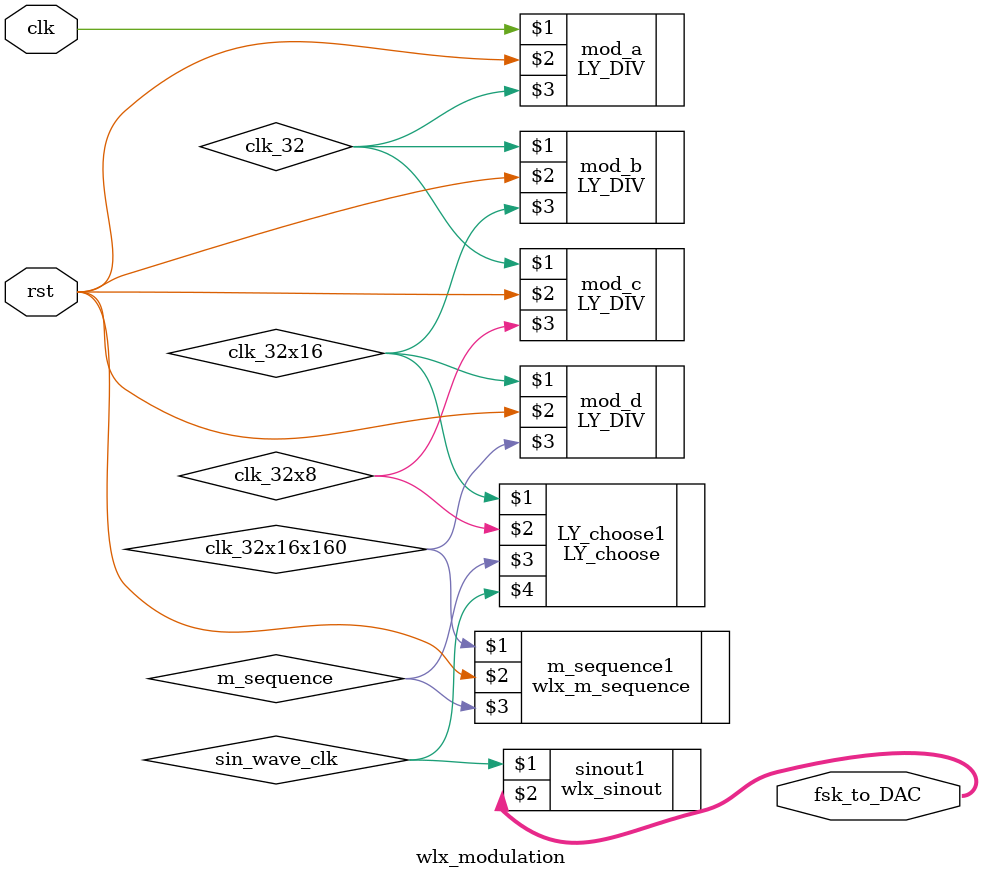
<source format=v>
module wlx_modulation(clk,			//输入32.768MHZ
					       rst,			//复位按键
							 fsk_to_DAC); //输出到DAC的信号
	input  clk;
	input  rst;
	output [7:0]fsk_to_DAC;
	wire   [7:0]fsk_to_DAC;
	reg    [7:0]count;
	wire    sin_wave_clk;
	
	wire clk_32,clk_32x16,clk_32x8,clk_32x16x160;
	LY_DIV#(32)  	  mod_a(clk,rst,clk_32); 
	LY_DIV#(16) 	  mod_b(clk_32,rst,clk_32x16); 	
	LY_DIV#(8)  	  mod_c(clk_32,rst,clk_32x8);
	LY_DIV#(160)     mod_d(clk_32x16,rst,clk_32x16x160); 	
	wlx_m_sequence   m_sequence1(clk_32x16x160,rst,m_sequence);
	LY_choose        LY_choose1(clk_32x16,clk_32x8,m_sequence,sin_wave_clk);
	wlx_sinout       sinout1(sin_wave_clk,fsk_to_DAC);
	
endmodule

	
	
	
	
</source>
